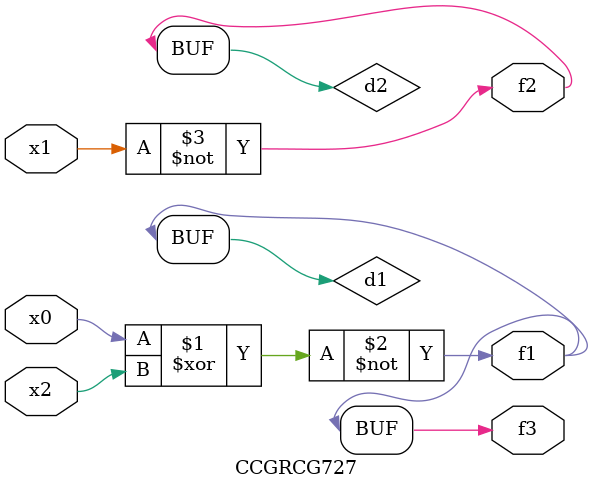
<source format=v>
module CCGRCG727(
	input x0, x1, x2,
	output f1, f2, f3
);

	wire d1, d2, d3;

	xnor (d1, x0, x2);
	nand (d2, x1);
	nor (d3, x1, x2);
	assign f1 = d1;
	assign f2 = d2;
	assign f3 = d1;
endmodule

</source>
